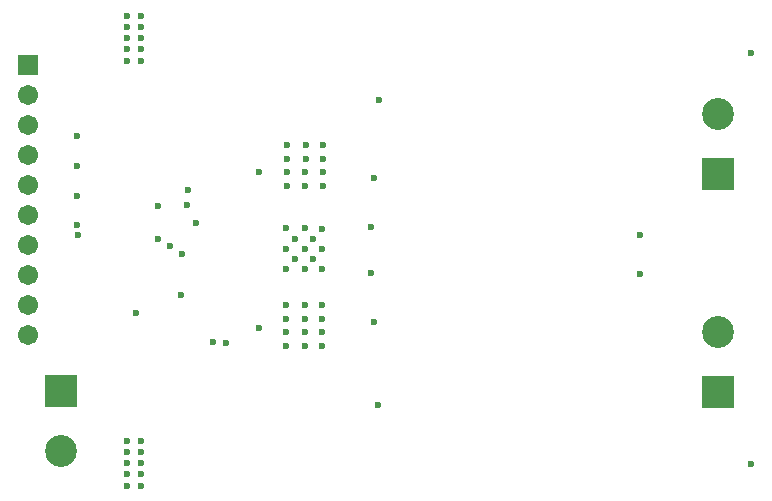
<source format=gbs>
G04*
G04 #@! TF.GenerationSoftware,Altium Limited,Altium Designer,23.1.1 (15)*
G04*
G04 Layer_Color=16711935*
%FSLAX44Y44*%
%MOMM*%
G71*
G04*
G04 #@! TF.SameCoordinates,268351B6-6D58-47A7-88F6-7EDC03A6DC4B*
G04*
G04*
G04 #@! TF.FilePolarity,Negative*
G04*
G01*
G75*
%ADD31C,1.7032*%
%ADD32R,1.7032X1.7032*%
%ADD33R,2.7032X2.7032*%
%ADD34C,2.7032*%
%ADD35C,0.6000*%
D31*
X23000Y232200D02*
D03*
Y257600D02*
D03*
Y384600D02*
D03*
Y359200D02*
D03*
Y333800D02*
D03*
Y308400D02*
D03*
Y283000D02*
D03*
Y181400D02*
D03*
Y206800D02*
D03*
D32*
Y410000D02*
D03*
D33*
X50800Y134620D02*
D03*
X607060Y133604D02*
D03*
Y317754D02*
D03*
D34*
X50800Y83820D02*
D03*
X607060Y184404D02*
D03*
Y368554D02*
D03*
D35*
X241712Y308012D02*
D03*
X257492D02*
D03*
X272342D02*
D03*
Y319320D02*
D03*
X257492D02*
D03*
X241712D02*
D03*
X242062Y342138D02*
D03*
X257842D02*
D03*
X272692D02*
D03*
Y330831D02*
D03*
X257842D02*
D03*
X242062D02*
D03*
X241300Y195500D02*
D03*
X257080D02*
D03*
X271930D02*
D03*
Y206808D02*
D03*
X257080D02*
D03*
X241300D02*
D03*
X240950Y183989D02*
D03*
X256730D02*
D03*
X271580D02*
D03*
Y172682D02*
D03*
X256730D02*
D03*
X240950D02*
D03*
X132363Y263173D02*
D03*
X143256Y257048D02*
D03*
X132363Y291084D02*
D03*
X315850Y192498D02*
D03*
X319182Y122718D02*
D03*
X64523Y265935D02*
D03*
X64516Y350047D02*
D03*
Y324844D02*
D03*
Y299641D02*
D03*
Y274437D02*
D03*
X106680Y82801D02*
D03*
X118082Y54226D02*
D03*
Y63751D02*
D03*
X106680Y73276D02*
D03*
X118082D02*
D03*
X106680Y92326D02*
D03*
X118082Y82801D02*
D03*
X106680Y63751D02*
D03*
Y54226D02*
D03*
X118082Y92326D02*
D03*
Y452120D02*
D03*
X106680Y414020D02*
D03*
Y423545D02*
D03*
X118082Y442595D02*
D03*
X106680Y452120D02*
D03*
X118082Y433070D02*
D03*
X106680D02*
D03*
X118082Y423545D02*
D03*
Y414020D02*
D03*
X106680Y442595D02*
D03*
X157352Y291508D02*
D03*
X157732Y304510D02*
D03*
X271780Y271834D02*
D03*
X256730Y272010D02*
D03*
X264160Y263202D02*
D03*
X248920D02*
D03*
X271780Y254510D02*
D03*
X256730D02*
D03*
X264160Y246010D02*
D03*
X248920D02*
D03*
X241300Y272010D02*
D03*
Y254510D02*
D03*
X271780Y237260D02*
D03*
X256730D02*
D03*
X241300D02*
D03*
X312897Y272809D02*
D03*
X312942Y234069D02*
D03*
X217850Y187488D02*
D03*
Y319532D02*
D03*
X315216Y314543D02*
D03*
X319532Y381000D02*
D03*
X114302Y200624D02*
D03*
X151728Y215508D02*
D03*
X190543Y175222D02*
D03*
X179621Y175349D02*
D03*
X634535Y72136D02*
D03*
X634433Y420624D02*
D03*
X540603Y232916D02*
D03*
X540766Y266484D02*
D03*
X164756Y276260D02*
D03*
X152746Y250352D02*
D03*
M02*

</source>
